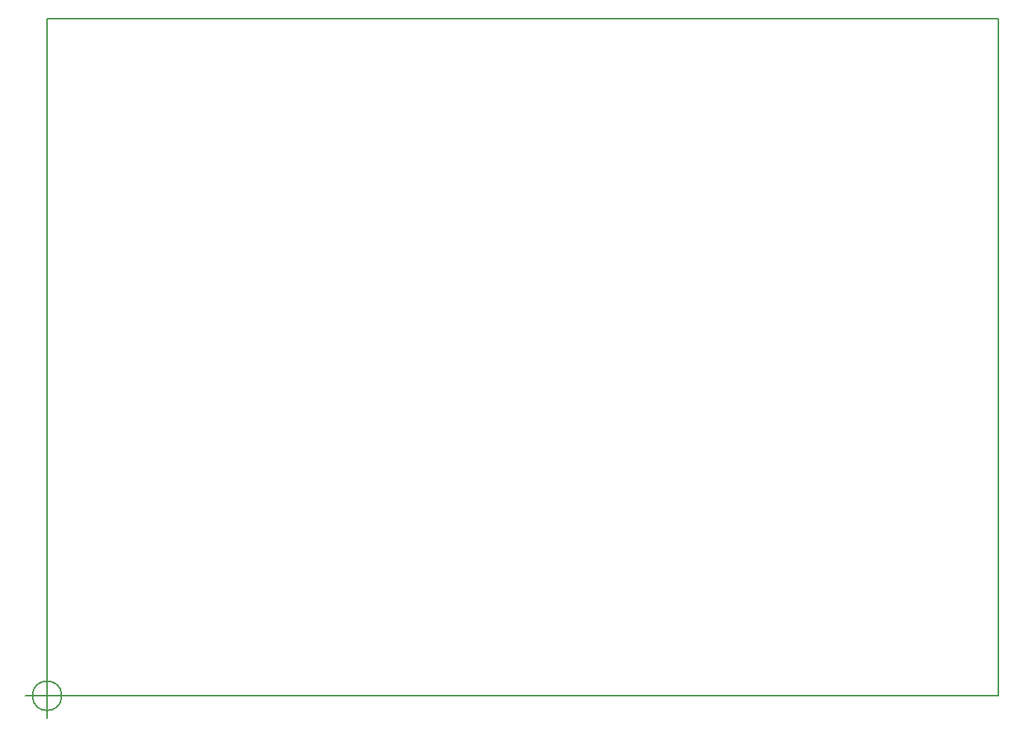
<source format=gbr>
G04 #@! TF.FileFunction,Profile,NP*
%FSLAX46Y46*%
G04 Gerber Fmt 4.6, Leading zero omitted, Abs format (unit mm)*
G04 Created by KiCad (PCBNEW 4.0.7) date 12/28/17 14:19:57*
%MOMM*%
%LPD*%
G01*
G04 APERTURE LIST*
%ADD10C,0.100000*%
%ADD11C,0.150000*%
G04 APERTURE END LIST*
D10*
D11*
X72566666Y-142700000D02*
G75*
G03X72566666Y-142700000I-1666666J0D01*
G01*
X68400000Y-142700000D02*
X73400000Y-142700000D01*
X70900000Y-140200000D02*
X70900000Y-145200000D01*
X70900000Y-142680002D02*
X70900000Y-65949984D01*
X178750000Y-142680000D02*
X70900000Y-142680000D01*
X178750000Y-65950000D02*
X178750000Y-142680000D01*
X70900000Y-65950000D02*
X178750000Y-65950000D01*
M02*

</source>
